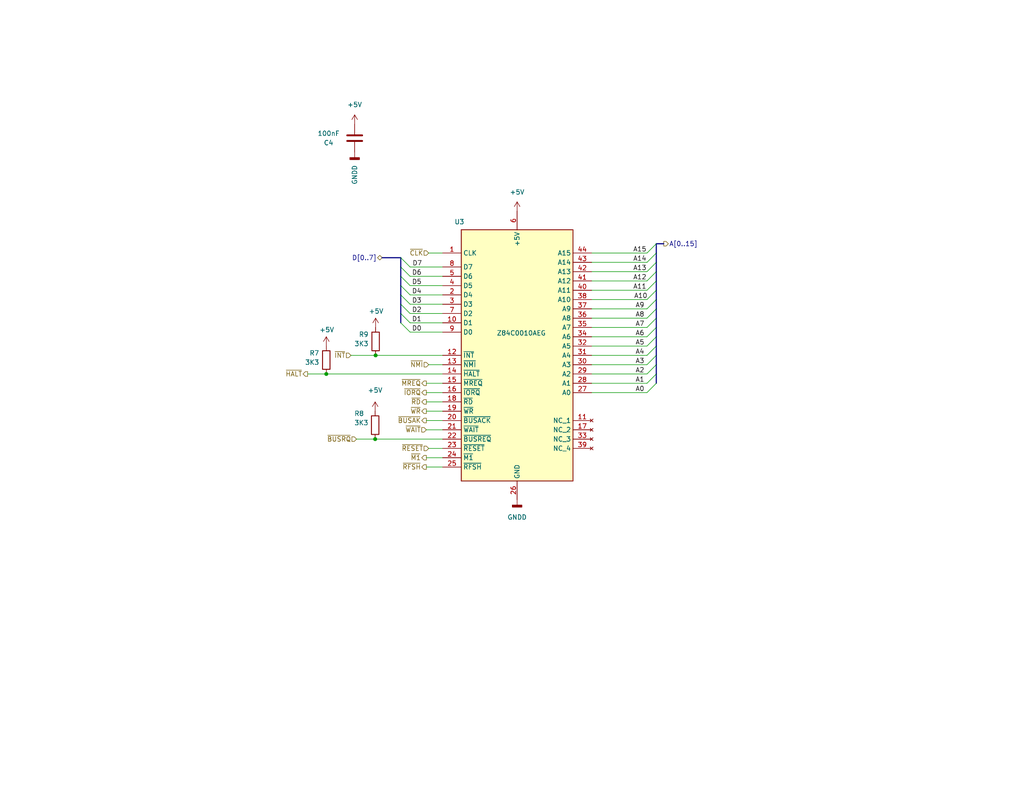
<source format=kicad_sch>
(kicad_sch (version 20230121) (generator eeschema)
  (paper "USLetter")
  (title_block (title "Righteous Tentacle, Colecovision Reverse Engineering Project") (date "2023-06-18") (rev "1.0.0.F") (company "sparkletron") (comment 1 "Jay Convertino") (comment 2 "MIT LICENSE") (comment 3 "PCB: 75743 REV F"))
  (lib_symbols
    (symbol "CPU_EXT:Z84C0010AEG"
      (property "Reference" "U" (at -17.78 25.4 0))
      (property "Value" "Z84C0010AEG" (at -7.62 3.81 0))
      (symbol "Z84C0010AEG_1_1"
        (rectangle (start -15.24 22.86) (end 15.24 -45.72) (stroke (width 0.254)) (fill (type background)))
        (pin input line (at -20.32 16.51 0) (length 5.08) (name "CLK") (number "1"))
        (pin bidirectional line (at -20.32 -2.54 0) (length 5.08) (name "D1") (number "10"))
        (pin no_connect line (at 20.32 -29.21 180) (length 5.08) (name "NC_1") (number "11"))
        (pin passive line (at -20.32 -11.43 0) (length 5.08) (name "~{INT}") (number "12"))
        (pin passive line (at -20.32 -13.97 0) (length 5.08) (name "~{NMI}") (number "13"))
        (pin passive line (at -20.32 -16.51 0) (length 5.08) (name "~{HALT}") (number "14"))
        (pin passive line (at -20.32 -19.05 0) (length 5.08) (name "~{MREQ}") (number "15"))
        (pin passive line (at -20.32 -21.59 0) (length 5.08) (name "~{IORQ}") (number "16"))
        (pin no_connect line (at 20.32 -31.75 180) (length 5.08) (name "NC_2") (number "17"))
        (pin passive line (at -20.32 -24.13 0) (length 5.08) (name "~{RD}") (number "18"))
        (pin passive line (at -20.32 -26.67 0) (length 5.08) (name "~{WR}") (number "19"))
        (pin bidirectional line (at -20.32 5.08 0) (length 5.08) (name "D4") (number "2"))
        (pin passive line (at -20.32 -29.21 0) (length 5.08) (name "~{BUSACK}") (number "20"))
        (pin passive line (at -20.32 -31.75 0) (length 5.08) (name "~{WAIT}") (number "21"))
        (pin passive line (at -20.32 -34.29 0) (length 5.08) (name "~{BUSREQ}") (number "22"))
        (pin passive line (at -20.32 -36.83 0) (length 5.08) (name "~{RESET}") (number "23"))
        (pin passive line (at -20.32 -39.37 0) (length 5.08) (name "~{M1}") (number "24"))
        (pin passive line (at -20.32 -41.91 0) (length 5.08) (name "~{RFSH}") (number "25"))
        (pin passive line (at 0 -50.8 90) (length 5.08) (name "GND") (number "26"))
        (pin output line (at 20.32 -21.59 180) (length 5.08) (name "A0") (number "27"))
        (pin output line (at 20.32 -19.05 180) (length 5.08) (name "A1") (number "28"))
        (pin output line (at 20.32 -16.51 180) (length 5.08) (name "A2") (number "29"))
        (pin bidirectional line (at -20.32 2.54 0) (length 5.08) (name "D3") (number "3"))
        (pin output line (at 20.32 -13.97 180) (length 5.08) (name "A3") (number "30"))
        (pin output line (at 20.32 -11.43 180) (length 5.08) (name "A4") (number "31"))
        (pin output line (at 20.32 -8.89 180) (length 5.08) (name "A5") (number "32"))
        (pin no_connect line (at 20.32 -34.29 180) (length 5.08) (name "NC_3") (number "33"))
        (pin output line (at 20.32 -6.35 180) (length 5.08) (name "A6") (number "34"))
        (pin output line (at 20.32 -3.81 180) (length 5.08) (name "A7") (number "35"))
        (pin output line (at 20.32 -1.27 180) (length 5.08) (name "A8") (number "36"))
        (pin output line (at 20.32 1.27 180) (length 5.08) (name "A9") (number "37"))
        (pin output line (at 20.32 3.81 180) (length 5.08) (name "A10") (number "38"))
        (pin no_connect line (at 20.32 -36.83 180) (length 5.08) (name "NC_4") (number "39"))
        (pin bidirectional line (at -20.32 7.62 0) (length 5.08) (name "D5") (number "4"))
        (pin output line (at 20.32 6.35 180) (length 5.08) (name "A11") (number "40"))
        (pin output line (at 20.32 8.89 180) (length 5.08) (name "A12") (number "41"))
        (pin output line (at 20.32 11.43 180) (length 5.08) (name "A13") (number "42"))
        (pin output line (at 20.32 13.97 180) (length 5.08) (name "A14") (number "43"))
        (pin output line (at 20.32 16.51 180) (length 5.08) (name "A15") (number "44"))
        (pin bidirectional line (at -20.32 10.16 0) (length 5.08) (name "D6") (number "5"))
        (pin passive line (at 0 27.94 270) (length 5.08) (name "+5V") (number "6"))
        (pin bidirectional line (at -20.32 0 0) (length 5.08) (name "D2") (number "7"))
        (pin bidirectional line (at -20.32 12.7 0) (length 5.08) (name "D7") (number "8"))
        (pin bidirectional line (at -20.32 -5.08 0) (length 5.08) (name "D0") (number "9"))
      )
    )
    (symbol "Device:C" (pin_numbers hide) (pin_names (offset 0.254))
      (property "Reference" "C" (at 0.635 2.54 0))
      (property "Value" "C" (at 0.635 -2.54 0))
      (symbol "C_0_1"
        (polyline (pts (xy -2.032 -0.762) (xy 2.032 -0.762)) (stroke (width 0.508)))
        (polyline (pts (xy -2.032 0.762) (xy 2.032 0.762)) (stroke (width 0.508)))
      )
      (symbol "C_1_1"
        (pin passive line (at 0 3.81 270) (length 2.794) (name "~") (number "1"))
        (pin passive line (at 0 -3.81 90) (length 2.794) (name "~") (number "2"))
      )
    )
    (symbol "Device:R" (pin_numbers hide) (pin_names (offset 0))
      (property "Reference" "R" (at 2.032 0 90))
      (property "Value" "R" (at 0 0 90))
      (symbol "R_0_1"
        (rectangle (start -1.016 -2.54) (end 1.016 2.54) (stroke (width 0.254)))
      )
      (symbol "R_1_1"
        (pin passive line (at 0 3.81 270) (length 1.27) (name "~") (number "1"))
        (pin passive line (at 0 -3.81 90) (length 1.27) (name "~") (number "2"))
      )
    )
    (symbol "power:+5V" (power) (pin_names (offset 0))
      (property "Value" "+5V" (at 0 3.556 0))
      (symbol "+5V_0_1"
        (polyline (pts (xy -0.762 1.27) (xy 0 2.54)))
        (polyline (pts (xy 0 0) (xy 0 2.54)))
        (polyline (pts (xy 0 2.54) (xy 0.762 1.27)))
      )
      (symbol "+5V_1_1"
        (pin power_in line (at 0 0 90) (length 0) hide (name "+5V") (number "1"))
      )
    )
    (symbol "power:GNDD" (power) (pin_names (offset 0))
      (property "Value" "GNDD" (at 0 -3.175 0))
      (symbol "GNDD_0_1"
        (rectangle (start -1.27 -1.524) (end 1.27 -2.032) (stroke (width 0.254)) (fill (type outline)))
        (polyline (pts (xy 0 0) (xy 0 -1.524)))
      )
      (symbol "GNDD_1_1"
        (pin power_in line (at 0 0 270) (length 0) hide (name "GNDD") (number "1"))
      )
    )
  )
  (junction (at 89.027 102.108))
  (junction (at 102.362 119.888))
  (junction (at 102.489 97.028))
  (bus_entry (at 176.53 84.328) (size 2.54 -2.54))
  (bus_entry (at 176.53 71.628) (size 2.54 -2.54))
  (bus_entry (at 176.53 94.488) (size 2.54 -2.54))
  (bus_entry (at 176.53 76.708) (size 2.54 -2.54))
  (bus_entry (at 111.887 83.058) (size -2.54 -2.54))
  (bus_entry (at 176.53 86.868) (size 2.54 -2.54))
  (bus_entry (at 111.887 80.518) (size -2.54 -2.54))
  (bus_entry (at 111.887 77.978) (size -2.54 -2.54))
  (bus_entry (at 111.887 72.898) (size -2.54 -2.54))
  (bus_entry (at 176.53 89.408) (size 2.54 -2.54))
  (bus_entry (at 176.53 69.088) (size 2.54 -2.54))
  (bus_entry (at 176.53 102.108) (size 2.54 -2.54))
  (bus_entry (at 111.887 85.598) (size -2.54 -2.54))
  (bus_entry (at 111.887 75.438) (size -2.54 -2.54))
  (bus_entry (at 176.53 79.248) (size 2.54 -2.54))
  (bus_entry (at 111.887 88.138) (size -2.54 -2.54))
  (bus_entry (at 176.53 97.028) (size 2.54 -2.54))
  (bus_entry (at 176.53 104.648) (size 2.54 -2.54))
  (bus_entry (at 176.53 99.568) (size 2.54 -2.54))
  (bus_entry (at 176.53 74.168) (size 2.54 -2.54))
  (bus_entry (at 176.53 91.948) (size 2.54 -2.54))
  (bus_entry (at 176.53 81.788) (size 2.54 -2.54))
  (bus_entry (at 176.53 107.188) (size 2.54 -2.54))
  (bus_entry (at 111.887 90.678) (size -2.54 -2.54))
  (wire (pts (xy 116.332 104.648) (xy 120.777 104.648)))
  (wire (pts (xy 161.417 74.168) (xy 176.53 74.168)))
  (bus (pts (xy 179.07 104.648) (xy 179.07 102.108)))
  (wire (pts (xy 161.417 89.408) (xy 176.53 89.408)))
  (bus (pts (xy 179.07 97.028) (xy 179.07 94.488)))
  (bus (pts (xy 109.347 77.978) (xy 109.347 80.518)))
  (bus (pts (xy 109.347 85.598) (xy 109.347 83.058)))
  (wire (pts (xy 116.967 99.568) (xy 120.777 99.568)))
  (wire (pts (xy 111.887 90.678) (xy 120.777 90.678)))
  (wire (pts (xy 116.332 114.808) (xy 120.777 114.808)))
  (bus (pts (xy 179.07 66.548) (xy 181.102 66.548)))
  (bus (pts (xy 179.07 102.108) (xy 179.07 99.568)))
  (wire (pts (xy 83.947 102.108) (xy 89.027 102.108)))
  (wire (pts (xy 161.417 104.648) (xy 176.53 104.648)))
  (wire (pts (xy 116.332 112.268) (xy 120.777 112.268)))
  (wire (pts (xy 161.417 71.628) (xy 176.53 71.628)))
  (wire (pts (xy 176.53 91.948) (xy 161.417 91.948)))
  (wire (pts (xy 95.758 97.028) (xy 102.489 97.028)))
  (bus (pts (xy 109.347 70.358) (xy 104.267 70.358)))
  (wire (pts (xy 116.967 69.088) (xy 120.777 69.088)))
  (bus (pts (xy 179.07 69.088) (xy 179.07 71.628)))
  (wire (pts (xy 161.417 102.108) (xy 176.53 102.108)))
  (wire (pts (xy 161.417 86.868) (xy 176.53 86.868)))
  (bus (pts (xy 179.07 79.248) (xy 179.07 81.788)))
  (wire (pts (xy 97.282 119.888) (xy 102.362 119.888)))
  (wire (pts (xy 111.887 88.138) (xy 120.777 88.138)))
  (wire (pts (xy 161.417 76.708) (xy 176.53 76.708)))
  (bus (pts (xy 179.07 76.708) (xy 179.07 74.168)))
  (bus (pts (xy 179.07 86.868) (xy 179.07 84.328)))
  (wire (pts (xy 111.887 75.438) (xy 120.777 75.438)))
  (wire (pts (xy 161.417 94.488) (xy 176.53 94.488)))
  (wire (pts (xy 161.417 97.028) (xy 176.53 97.028)))
  (bus (pts (xy 109.347 72.898) (xy 109.347 70.358)))
  (wire (pts (xy 116.332 109.728) (xy 120.777 109.728)))
  (bus (pts (xy 179.07 94.488) (xy 179.07 91.948)))
  (bus (pts (xy 179.07 89.408) (xy 179.07 91.948)))
  (bus (pts (xy 179.07 81.788) (xy 179.07 84.328)))
  (wire (pts (xy 161.417 69.088) (xy 176.53 69.088)))
  (bus (pts (xy 109.347 75.438) (xy 109.347 72.898)))
  (bus (pts (xy 109.347 85.598) (xy 109.347 88.138)))
  (wire (pts (xy 161.417 84.328) (xy 176.53 84.328)))
  (wire (pts (xy 161.417 79.248) (xy 176.53 79.248)))
  (wire (pts (xy 161.417 107.188) (xy 176.53 107.188)))
  (bus (pts (xy 179.07 69.088) (xy 179.07 66.548)))
  (wire (pts (xy 116.332 127.508) (xy 120.777 127.508)))
  (wire (pts (xy 161.417 81.788) (xy 176.53 81.788)))
  (bus (pts (xy 109.347 77.978) (xy 109.347 75.438)))
  (bus (pts (xy 179.07 99.568) (xy 179.07 97.028)))
  (wire (pts (xy 116.332 124.968) (xy 120.777 124.968)))
  (wire (pts (xy 116.332 117.348) (xy 120.777 117.348)))
  (wire (pts (xy 111.887 83.058) (xy 120.777 83.058)))
  (wire (pts (xy 116.967 122.428) (xy 120.777 122.428)))
  (wire (pts (xy 161.417 99.568) (xy 176.53 99.568)))
  (wire (pts (xy 111.887 85.598) (xy 120.777 85.598)))
  (wire (pts (xy 120.777 72.898) (xy 111.887 72.898)))
  (wire (pts (xy 111.887 80.518) (xy 120.777 80.518)))
  (bus (pts (xy 179.07 76.708) (xy 179.07 79.248)))
  (wire (pts (xy 111.887 77.978) (xy 120.777 77.978)))
  (bus (pts (xy 179.07 74.168) (xy 179.07 71.628)))
  (bus (pts (xy 109.347 80.518) (xy 109.347 83.058)))
  (wire (pts (xy 116.332 107.188) (xy 120.777 107.188)))
  (bus (pts (xy 179.07 89.408) (xy 179.07 86.868)))
  (wire (pts (xy 102.489 97.028) (xy 120.777 97.028)))
  (wire (pts (xy 102.362 119.888) (xy 120.777 119.888)))
  (wire (pts (xy 120.777 102.108) (xy 89.027 102.108)))
  (label "D4" (at 115.062 80.518 180))
  (label "A8" (at 173.355 86.868 0))
  (label "D5" (at 115.062 77.978 180))
  (label "A14" (at 172.72 71.628 0))
  (label "A0" (at 173.355 107.188 0))
  (label "A7" (at 173.355 89.408 0))
  (label "A12" (at 172.72 76.708 0))
  (label "A1" (at 173.355 104.648 0))
  (label "A2" (at 173.355 102.108 0))
  (label "A13" (at 172.72 74.168 0))
  (label "A6" (at 173.355 91.948 0))
  (label "A9" (at 173.355 84.328 0))
  (label "A4" (at 173.355 97.028 0))
  (label "D0" (at 115.062 90.678 180))
  (label "D1" (at 115.062 88.138 180))
  (label "D2" (at 115.062 85.598 180))
  (label "D7" (at 115.189 72.898 180))
  (label "A5" (at 173.355 94.488 0))
  (label "A10" (at 172.974 81.788 0))
  (label "D6" (at 115.062 75.438 180))
  (label "A15" (at 172.72 69.088 0))
  (label "D3" (at 115.062 83.058 180))
  (label "A11" (at 172.72 79.248 0))
  (label "A3" (at 173.355 99.568 0))
  (hierarchical_label "~{BUSRQ}" (shape input) (at 97.282 119.888 180))
  (hierarchical_label "~{RFSH}" (shape output) (at 116.332 127.508 180))
  (hierarchical_label "A[0..15]" (shape output) (at 181.102 66.548 0))
  (hierarchical_label "~{CLK}" (shape input) (at 116.967 69.088 180))
  (hierarchical_label "~{WR}" (shape output) (at 116.332 112.268 180))
  (hierarchical_label "~{RD}" (shape output) (at 116.332 109.728 180))
  (hierarchical_label "~{RESET}" (shape input) (at 116.967 122.428 180))
  (hierarchical_label "~{INT}" (shape input) (at 95.758 97.028 180))
  (hierarchical_label "~{M1}" (shape output) (at 116.332 124.968 180))
  (hierarchical_label "~{MREQ}" (shape output) (at 116.332 104.648 180))
  (hierarchical_label "~{BUSAK}" (shape output) (at 116.332 114.808 180))
  (hierarchical_label "D[0..7]" (shape bidirectional) (at 104.267 70.358 180))
  (hierarchical_label "~{HALT}" (shape output) (at 83.947 102.108 180))
  (hierarchical_label "~{WAIT}" (shape input) (at 116.332 117.348 180))
  (hierarchical_label "~{NMI}" (shape input) (at 116.967 99.568 180))
  (hierarchical_label "~{IORQ}" (shape output) (at 116.332 107.188 180))
  (symbol (lib_id "power:+5V") (at 141.097 57.658 0) (unit 1)
    (property "Reference" "#PWR022" (effects hide))
    (property "Value" "+5V" (at 141.097 52.451 0))
  )
  (symbol (lib_id "power:+5V") (at 96.774 33.909 0) (unit 1)
    (property "Reference" "#PWR021" (effects hide))
    (property "Value" "+5V" (at 96.774 28.575 0))
    (instances (project "coleco_original" (path "" (reference "#PWR021") (unit 1)) (path "" (reference "#PWR018") (unit 1))))
  )
  (symbol (lib_id "power:GNDD") (at 96.774 41.529 0) (unit 1)
    (property "Reference" "#PWR022" (effects hide))
    (property "Value" "GNDD" (at 96.774 50.419 90) (effects (justify left)))
    (instances (project "coleco_original" (path "" (reference "#PWR022") (unit 1)) (path "" (reference "#PWR019") (unit 1))))
  )
  (symbol (lib_id "Device:R") (at 102.362 116.078 0) (mirror y) (unit 1)
    (property "Reference" "R8" (at 96.647 112.903 0) (effects (justify right)))
    (property "Value" "3K3" (at 96.647 115.443 0) (effects (justify right)))
    (property "Footprint" "Resistor_SMD:R_0805_2012Metric" (effects hide))
  )
  (symbol (lib_id "power:+5V") (at 102.489 89.408 0) (unit 1)
    (property "Reference" "#PWR021" (effects hide))
    (property "Value" "+5V" (at 100.584 84.963 0) (effects (justify left)))
  )
  (symbol (lib_id "power:GNDD") (at 141.097 136.398 0) (unit 1)
    (property "Reference" "#PWR023" (effects hide))
    (property "Value" "GNDD" (at 141.097 141.224 0))
  )
  (symbol (lib_id "Device:C") (at 96.774 37.719 0) (unit 1)
    (property "Reference" "C4" (at 89.662 38.989 0))
    (property "Value" "100nF" (at 89.662 36.449 0))
    (property "Footprint" "Capacitor_SMD:C_1206_3216Metric" (effects hide))
    (instances (project "coleco_original" (path "" (reference "C4") (unit 1)) (path "" (reference "C9") (unit 1))))
  )
  (symbol (lib_id "Device:R") (at 89.027 98.298 180) (unit 1)
    (property "Reference" "R7" (at 87.122 96.393 0) (effects (justify left)))
    (property "Value" "3K3" (at 87.122 98.933 0) (effects (justify left)))
    (property "Footprint" "Resistor_SMD:R_0805_2012Metric" (effects hide))
  )
  (symbol (lib_id "CPU_EXT:Z84C0010AEG") (at 141.097 85.598 0) (unit 1)
    (property "Reference" "U3" (at 125.349 60.579 0))
    (property "Value" "Z84C0010AEG" (at 142.24 90.932 0))
    (property "Footprint" "Package_QFP:LQFP-44_10x10mm_P0.8mm" (effects hide))
    (property "Datasheet" "http://www.mouser.com/datasheet/2/450/ps0178-19386.pdf" (effects hide))
    (property "Height" "1.6" (effects hide))
    (property "Manufacturer_Name" "LITTELFUSE" (effects hide))
    (property "Manufacturer_Part_Number" "Z84C0010AEG" (effects hide))
    (property "Mouser Part Number" "692-Z84C0010AEG" (effects hide))
    (property "Mouser Price/Stock" "https://www.mouser.co.uk/ProductDetail/ZiLOG/Z84C0010AEG?qs=87AjWkFq0r4vnAaeK2Di%2FA%3D%3D" (effects hide))
    (property "Arrow Part Number" "Z84C0010AEG" (effects hide))
    (property "Arrow Price/Stock" "https://www.arrow.com/en/products/z84c0010aeg/ixys?region=nac" (effects hide))
  )
  (symbol (lib_id "power:+5V") (at 102.362 112.268 0) (unit 1)
    (property "Reference" "#PWR020" (effects hide))
    (property "Value" "+5V" (at 102.362 106.553 0))
  )
  (symbol (lib_id "power:+5V") (at 89.027 94.488 0) (unit 1)
    (property "Reference" "#PWR017" (effects hide))
    (property "Value" "+5V" (at 87.122 90.043 0) (effects (justify left)))
  )
  (symbol (lib_id "Device:R") (at 102.489 93.218 180) (unit 1)
    (property "Reference" "R9" (at 100.584 91.313 0) (effects (justify left)))
    (property "Value" "3K3" (at 100.584 93.853 0) (effects (justify left)))
    (property "Footprint" "Resistor_SMD:R_0805_2012Metric" (effects hide))
  )
)
</source>
